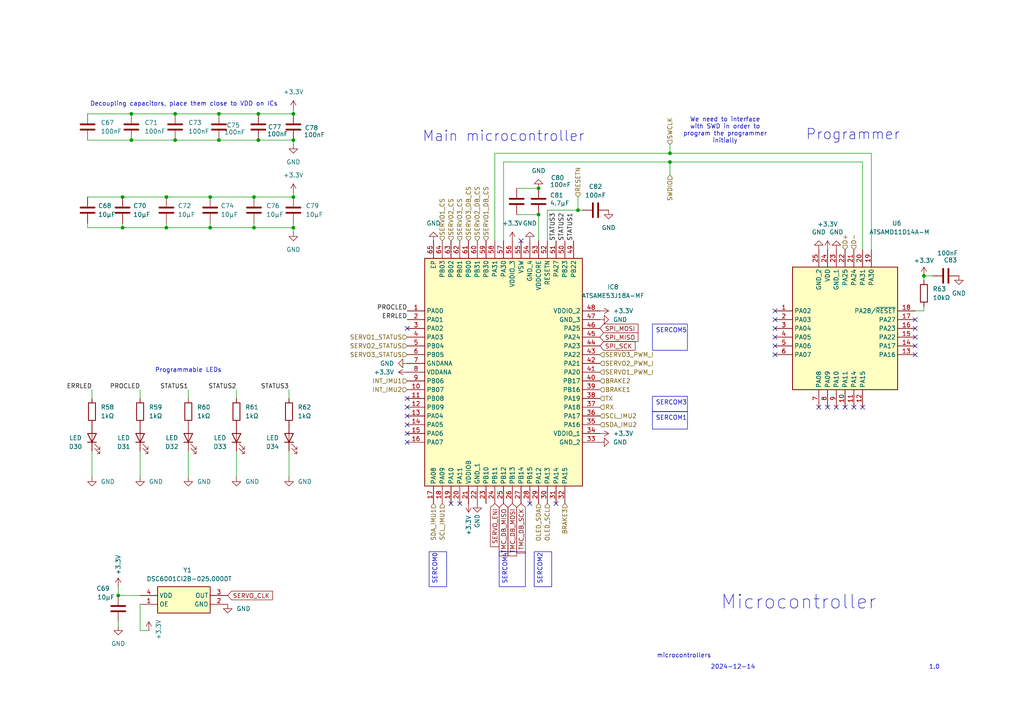
<source format=kicad_sch>
(kicad_sch (version 20231120) (generator "eeschema") (generator_version "8.0")
  (paper "A4")
  (lib_symbols
    (symbol "ATSAMD11D14A-MNT:ATSAMD11D14A-MNT"
      (property "Reference" "IC" (at 36.83 17.78 0))
      (property "Value" "ATSAMD11D14A-MNT" (at 36.83 15.24 0))
      (symbol "ATSAMD11D14A-MNT_1_1"
        (rectangle (start 5.08 12.7) (end 35.56 -22.86) (stroke (width 0.254)) (fill (type background)))
        (pin bidirectional line (at 0 0 0) (length 5.08) (name "PA02") (number "1"))
        (pin bidirectional line (at 20.32 -27.94 90) (length 5.08) (name "PA11") (number "10"))
        (pin bidirectional line (at 22.86 -27.94 90) (length 5.08) (name "PA14") (number "11"))
        (pin bidirectional line (at 25.4 -27.94 90) (length 5.08) (name "PA15") (number "12"))
        (pin bidirectional line (at 40.64 -12.7 180) (length 5.08) (name "PA16") (number "13"))
        (pin bidirectional line (at 40.64 -10.16 180) (length 5.08) (name "PA17") (number "14"))
        (pin bidirectional line (at 40.64 -7.62 180) (length 5.08) (name "PA22") (number "15"))
        (pin bidirectional line (at 40.64 -5.08 180) (length 5.08) (name "PA23") (number "16"))
        (pin bidirectional line (at 40.64 -2.54 180) (length 5.08) (name "PA27") (number "17"))
        (pin bidirectional line (at 40.64 0 180) (length 5.08) (name "PA28/~{RESET}") (number "18"))
        (pin bidirectional line (at 27.94 17.78 270) (length 5.08) (name "PA30") (number "19"))
        (pin bidirectional line (at 0 -2.54 0) (length 5.08) (name "PA03") (number "2"))
        (pin bidirectional line (at 25.4 17.78 270) (length 5.08) (name "PA31") (number "20"))
        (pin bidirectional line (at 22.86 17.78 270) (length 5.08) (name "PA24") (number "21"))
        (pin bidirectional line (at 20.32 17.78 270) (length 5.08) (name "PA25") (number "22"))
        (pin power_in line (at 17.78 17.78 270) (length 5.08) (name "GND_1") (number "23"))
        (pin bidirectional line (at 15.24 17.78 270) (length 5.08) (name "VDD") (number "24"))
        (pin power_in line (at 12.7 17.78 270) (length 5.08) (name "GND_2") (number "25"))
        (pin bidirectional line (at 0 -5.08 0) (length 5.08) (name "PA04") (number "3"))
        (pin bidirectional line (at 0 -7.62 0) (length 5.08) (name "PA05") (number "4"))
        (pin bidirectional line (at 0 -10.16 0) (length 5.08) (name "PA06") (number "5"))
        (pin bidirectional line (at 0 -12.7 0) (length 5.08) (name "PA07") (number "6"))
        (pin bidirectional line (at 12.7 -27.94 90) (length 5.08) (name "PA08") (number "7"))
        (pin bidirectional line (at 15.24 -27.94 90) (length 5.08) (name "PA09") (number "8"))
        (pin bidirectional line (at 17.78 -27.94 90) (length 5.08) (name "PA10") (number "9"))
      )
    )
    (symbol "ATSAME53J18A-MF:ATSAME53J18A-MF"
      (property "Reference" "IC" (at 52.07 20.32 0))
      (property "Value" "ATSAME53J18A-MF" (at 52.07 17.78 0))
      (symbol "ATSAME53J18A-MF_1_1"
        (rectangle (start 5.08 15.24) (end 50.8 -50.8) (stroke (width 0.254)) (fill (type background)))
        (pin passive line (at 0 0 0) (length 5.08) (name "PA00") (number "1"))
        (pin passive line (at 0 -22.86 0) (length 5.08) (name "PB07") (number "10"))
        (pin passive line (at 0 -25.4 0) (length 5.08) (name "PB08") (number "11"))
        (pin passive line (at 0 -27.94 0) (length 5.08) (name "PB09") (number "12"))
        (pin passive line (at 0 -30.48 0) (length 5.08) (name "PA04") (number "13"))
        (pin passive line (at 0 -33.02 0) (length 5.08) (name "PA05") (number "14"))
        (pin passive line (at 0 -35.56 0) (length 5.08) (name "PA06") (number "15"))
        (pin passive line (at 0 -38.1 0) (length 5.08) (name "PA07") (number "16"))
        (pin passive line (at 7.62 -55.88 90) (length 5.08) (name "PA08") (number "17"))
        (pin passive line (at 10.16 -55.88 90) (length 5.08) (name "PA09") (number "18"))
        (pin passive line (at 12.7 -55.88 90) (length 5.08) (name "PA10") (number "19"))
        (pin passive line (at 0 -2.54 0) (length 5.08) (name "PA01") (number "2"))
        (pin passive line (at 15.24 -55.88 90) (length 5.08) (name "PA11") (number "20"))
        (pin passive line (at 17.78 -55.88 90) (length 5.08) (name "VDDIOB") (number "21"))
        (pin passive line (at 20.32 -55.88 90) (length 5.08) (name "GND_1") (number "22"))
        (pin passive line (at 22.86 -55.88 90) (length 5.08) (name "PB10") (number "23"))
        (pin passive line (at 25.4 -55.88 90) (length 5.08) (name "PB11") (number "24"))
        (pin passive line (at 27.94 -55.88 90) (length 5.08) (name "PB12") (number "25"))
        (pin passive line (at 30.48 -55.88 90) (length 5.08) (name "PB13") (number "26"))
        (pin passive line (at 33.02 -55.88 90) (length 5.08) (name "PB14") (number "27"))
        (pin passive line (at 35.56 -55.88 90) (length 5.08) (name "PB15") (number "28"))
        (pin passive line (at 38.1 -55.88 90) (length 5.08) (name "PA12") (number "29"))
        (pin passive line (at 0 -5.08 0) (length 5.08) (name "PA02") (number "3"))
        (pin passive line (at 40.64 -55.88 90) (length 5.08) (name "PA13") (number "30"))
        (pin passive line (at 43.18 -55.88 90) (length 5.08) (name "PA14") (number "31"))
        (pin passive line (at 45.72 -55.88 90) (length 5.08) (name "PA15") (number "32"))
        (pin passive line (at 55.88 -38.1 180) (length 5.08) (name "GND_2") (number "33"))
        (pin passive line (at 55.88 -35.56 180) (length 5.08) (name "VDDIO_1") (number "34"))
        (pin passive line (at 55.88 -33.02 180) (length 5.08) (name "PA16") (number "35"))
        (pin passive line (at 55.88 -30.48 180) (length 5.08) (name "PA17") (number "36"))
        (pin passive line (at 55.88 -27.94 180) (length 5.08) (name "PA18") (number "37"))
        (pin passive line (at 55.88 -25.4 180) (length 5.08) (name "PA19") (number "38"))
        (pin passive line (at 55.88 -22.86 180) (length 5.08) (name "PB16") (number "39"))
        (pin passive line (at 0 -7.62 0) (length 5.08) (name "PA03") (number "4"))
        (pin passive line (at 55.88 -20.32 180) (length 5.08) (name "PB17") (number "40"))
        (pin passive line (at 55.88 -17.78 180) (length 5.08) (name "PA20") (number "41"))
        (pin passive line (at 55.88 -15.24 180) (length 5.08) (name "PA21") (number "42"))
        (pin passive line (at 55.88 -12.7 180) (length 5.08) (name "PA22") (number "43"))
        (pin passive line (at 55.88 -10.16 180) (length 5.08) (name "PA23") (number "44"))
        (pin passive line (at 55.88 -7.62 180) (length 5.08) (name "PA24") (number "45"))
        (pin passive line (at 55.88 -5.08 180) (length 5.08) (name "PA25") (number "46"))
        (pin passive line (at 55.88 -2.54 180) (length 5.08) (name "GND_3") (number "47"))
        (pin passive line (at 55.88 0 180) (length 5.08) (name "VDDIO_2") (number "48"))
        (pin passive line (at 48.26 20.32 270) (length 5.08) (name "PB22") (number "49"))
        (pin passive line (at 0 -10.16 0) (length 5.08) (name "PB04") (number "5"))
        (pin passive line (at 45.72 20.32 270) (length 5.08) (name "PB23") (number "50"))
        (pin passive line (at 43.18 20.32 270) (length 5.08) (name "PA27") (number "51"))
        (pin passive line (at 40.64 20.32 270) (length 5.08) (name "RESETN") (number "52"))
        (pin passive line (at 38.1 20.32 270) (length 5.08) (name "VDDCORE") (number "53"))
        (pin passive line (at 35.56 20.32 270) (length 5.08) (name "GND_4") (number "54"))
        (pin passive line (at 33.02 20.32 270) (length 5.08) (name "VSW") (number "55"))
        (pin passive line (at 30.48 20.32 270) (length 5.08) (name "VDDIO_3") (number "56"))
        (pin passive line (at 27.94 20.32 270) (length 5.08) (name "PA30") (number "57"))
        (pin passive line (at 25.4 20.32 270) (length 5.08) (name "PA31") (number "58"))
        (pin passive line (at 22.86 20.32 270) (length 5.08) (name "PB30") (number "59"))
        (pin passive line (at 0 -12.7 0) (length 5.08) (name "PB05") (number "6"))
        (pin passive line (at 20.32 20.32 270) (length 5.08) (name "PB31") (number "60"))
        (pin passive line (at 17.78 20.32 270) (length 5.08) (name "PB00") (number "61"))
        (pin passive line (at 15.24 20.32 270) (length 5.08) (name "PB01") (number "62"))
        (pin passive line (at 12.7 20.32 270) (length 5.08) (name "PB02") (number "63"))
        (pin passive line (at 10.16 20.32 270) (length 5.08) (name "PB03") (number "64"))
        (pin passive line (at 7.62 20.32 270) (length 5.08) (name "EP") (number "65"))
        (pin passive line (at 0 -15.24 0) (length 5.08) (name "GNDANA") (number "7"))
        (pin passive line (at 0 -17.78 0) (length 5.08) (name "VDDANA") (number "8"))
        (pin passive line (at 0 -20.32 0) (length 5.08) (name "PB06") (number "9"))
      )
    )
    (symbol "DSC6001CI2B-025_0000T:DSC6001CI2B-025.0000T"
      (property "Reference" "Y" (at 21.59 7.62 0))
      (property "Value" "DSC6001CI2B-025.0000T" (at 21.59 5.08 0))
      (symbol "DSC6001CI2B-025.0000T_1_1"
        (rectangle (start 5.08 2.54) (end 20.32 -5.08) (stroke (width 0.254)) (fill (type background)))
        (pin passive line (at 0 -2.54 0) (length 5.08) (name "OE") (number "1"))
        (pin passive line (at 25.4 -2.54 180) (length 5.08) (name "GND") (number "2"))
        (pin passive line (at 25.4 0 180) (length 5.08) (name "OUT") (number "3"))
        (pin passive line (at 0 0 0) (length 5.08) (name "VDD") (number "4"))
      )
    )
    (symbol "Device:C" (pin_numbers hide) (pin_names (offset 0.254))
      (property "Reference" "C" (at 0.635 2.54 0))
      (property "Value" "C" (at 0.635 -2.54 0))
      (symbol "C_0_1"
        (polyline (pts (xy -2.032 -0.762) (xy 2.032 -0.762)) (stroke (width 0.508)))
        (polyline (pts (xy -2.032 0.762) (xy 2.032 0.762)) (stroke (width 0.508)))
      )
      (symbol "C_1_1"
        (pin passive line (at 0 3.81 270) (length 2.794) (name "~") (number "1"))
        (pin passive line (at 0 -3.81 90) (length 2.794) (name "~") (number "2"))
      )
    )
    (symbol "Device:LED" (pin_numbers hide) (pin_names (offset 1.016) hide)
      (property "Reference" "D" (at 0 2.54 0))
      (property "Value" "LED" (at 0 -2.54 0))
      (symbol "LED_0_1"
        (polyline (pts (xy -1.27 -1.27) (xy -1.27 1.27)) (stroke (width 0.254)))
        (polyline (pts (xy -1.27 0) (xy 1.27 0)))
        (polyline (pts (xy 1.27 -1.27) (xy 1.27 1.27) (xy -1.27 0) (xy 1.27 -1.27)) (stroke (width 0.254)))
        (polyline (pts (xy -3.048 -0.762) (xy -4.572 -2.286) (xy -3.81 -2.286) (xy -4.572 -2.286) (xy -4.572 -1.524)))
        (polyline (pts (xy -1.778 -0.762) (xy -3.302 -2.286) (xy -2.54 -2.286) (xy -3.302 -2.286) (xy -3.302 -1.524)))
      )
      (symbol "LED_1_1"
        (pin passive line (at -3.81 0 0) (length 2.54) (name "K") (number "1"))
        (pin passive line (at 3.81 0 180) (length 2.54) (name "A") (number "2"))
      )
    )
    (symbol "Device:R" (pin_numbers hide) (pin_names (offset 0))
      (property "Reference" "R" (at 2.032 0 90))
      (property "Value" "R" (at 0 0 90))
      (symbol "R_0_1"
        (rectangle (start -1.016 -2.54) (end 1.016 2.54) (stroke (width 0.254)))
      )
      (symbol "R_1_1"
        (pin passive line (at 0 3.81 270) (length 1.27) (name "~") (number "1"))
        (pin passive line (at 0 -3.81 90) (length 1.27) (name "~") (number "2"))
      )
    )
    (symbol "power:+3.3V" (power) (pin_numbers hide) (pin_names (offset 0) hide)
      (property "Value" "+3.3V" (at 0 3.556 0))
      (symbol "+3.3V_0_1"
        (polyline (pts (xy -0.762 1.27) (xy 0 2.54)))
        (polyline (pts (xy 0 0) (xy 0 2.54)))
        (polyline (pts (xy 0 2.54) (xy 0.762 1.27)))
      )
      (symbol "+3.3V_1_1"
        (pin power_in line (at 0 0 90) (length 0) (name "~") (number "1"))
      )
    )
    (symbol "power:GND" (power) (pin_numbers hide) (pin_names (offset 0) hide)
      (property "Value" "GND" (at 0 -3.81 0))
      (symbol "GND_0_1"
        (polyline (pts (xy 0 0) (xy 0 -1.27) (xy 1.27 -1.27) (xy 0 -2.54) (xy -1.27 -1.27) (xy 0 -1.27)))
      )
      (symbol "GND_1_1"
        (pin power_in line (at 0 0 270) (length 0) (name "~") (number "1"))
      )
    )
  )
  (junction (at 60.96 57.15))
  (junction (at 194.31 44.45))
  (junction (at 38.1 33.02))
  (junction (at 74.93 33.02))
  (junction (at 73.66 57.15))
  (junction (at 35.56 57.15))
  (junction (at 60.96 66.04))
  (junction (at 167.64 60.96))
  (junction (at 194.31 46.99))
  (junction (at 35.56 66.04))
  (junction (at 267.97 80.01))
  (junction (at 50.8 33.02))
  (junction (at 85.09 57.15))
  (junction (at 38.1 40.64))
  (junction (at 156.21 54.61))
  (junction (at 74.93 40.64))
  (junction (at 50.8 40.64))
  (junction (at 63.5 33.02))
  (junction (at 34.29 172.72))
  (junction (at 48.26 66.04))
  (junction (at 73.66 66.04))
  (junction (at 85.09 66.04))
  (junction (at 85.09 40.64))
  (junction (at 63.5 40.64))
  (junction (at 85.09 33.02))
  (junction (at 48.26 57.15))
  (junction (at 156.21 62.23))
  (no_connect (at 161.29 146.05))
  (no_connect (at 247.65 118.11))
  (no_connect (at 245.11 118.11))
  (no_connect (at 118.11 120.65))
  (no_connect (at 265.43 102.87))
  (no_connect (at 224.79 97.79))
  (no_connect (at 118.11 125.73))
  (no_connect (at 151.13 69.85))
  (no_connect (at 224.79 95.25))
  (no_connect (at 133.35 146.05))
  (no_connect (at 118.11 95.25))
  (no_connect (at 118.11 128.27))
  (no_connect (at 224.79 102.87))
  (no_connect (at 265.43 100.33))
  (no_connect (at 265.43 95.25))
  (no_connect (at 240.03 118.11))
  (no_connect (at 153.67 146.05))
  (no_connect (at 265.43 92.71))
  (no_connect (at 265.43 97.79))
  (no_connect (at 118.11 118.11))
  (no_connect (at 130.81 146.05))
  (no_connect (at 118.11 115.57))
  (no_connect (at 224.79 100.33))
  (no_connect (at 224.79 92.71))
  (no_connect (at 118.11 123.19))
  (no_connect (at 237.49 118.11))
  (no_connect (at 242.57 118.11))
  (no_connect (at 250.19 118.11))
  (no_connect (at 224.79 90.17))
  (wire (pts (xy 26.67 113.03) (xy 26.67 115.57)))
  (wire (pts (xy 265.43 90.17) (xy 267.97 90.17)))
  (wire (pts (xy 40.64 113.03) (xy 40.64 115.57)))
  (wire (pts (xy 149.86 54.61) (xy 156.21 54.61)))
  (wire (pts (xy 25.4 64.77) (xy 25.4 66.04)))
  (wire (pts (xy 167.64 60.96) (xy 158.75 60.96)))
  (wire (pts (xy 74.93 33.02) (xy 85.09 33.02)))
  (wire (pts (xy 48.26 64.77) (xy 48.26 66.04)))
  (wire (pts (xy 267.97 80.01) (xy 267.97 81.28)))
  (wire (pts (xy 85.09 57.15) (xy 85.09 55.88)))
  (wire (pts (xy 48.26 57.15) (xy 60.96 57.15)))
  (wire (pts (xy 60.96 64.77) (xy 60.96 66.04)))
  (wire (pts (xy 34.29 172.72) (xy 40.64 172.72)))
  (wire (pts (xy 63.5 33.02) (xy 74.93 33.02)))
  (wire (pts (xy 34.29 170.18) (xy 34.29 172.72)))
  (wire (pts (xy 48.26 66.04) (xy 60.96 66.04)))
  (wire (pts (xy 54.61 113.03) (xy 54.61 115.57)))
  (wire (pts (xy 60.96 57.15) (xy 73.66 57.15)))
  (wire (pts (xy 38.1 33.02) (xy 50.8 33.02)))
  (wire (pts (xy 73.66 66.04) (xy 73.66 64.77)))
  (wire (pts (xy 38.1 40.64) (xy 50.8 40.64)))
  (wire (pts (xy 25.4 40.64) (xy 38.1 40.64)))
  (wire (pts (xy 85.09 64.77) (xy 85.09 66.04)))
  (wire (pts (xy 85.09 41.91) (xy 85.09 40.64)))
  (wire (pts (xy 143.51 69.85) (xy 143.51 44.45)))
  (wire (pts (xy 194.31 46.99) (xy 194.31 50.8)))
  (wire (pts (xy 43.18 182.88) (xy 40.64 182.88)))
  (wire (pts (xy 74.93 40.64) (xy 85.09 40.64)))
  (wire (pts (xy 74.93 40.64) (xy 63.5 40.64)))
  (wire (pts (xy 73.66 66.04) (xy 85.09 66.04)))
  (wire (pts (xy 194.31 44.45) (xy 252.73 44.45)))
  (wire (pts (xy 85.09 67.31) (xy 85.09 66.04)))
  (wire (pts (xy 83.82 113.03) (xy 83.82 115.57)))
  (wire (pts (xy 85.09 33.02) (xy 85.09 31.75)))
  (wire (pts (xy 50.8 33.02) (xy 63.5 33.02)))
  (wire (pts (xy 73.66 57.15) (xy 85.09 57.15)))
  (wire (pts (xy 35.56 64.77) (xy 35.56 66.04)))
  (wire (pts (xy 54.61 138.43) (xy 54.61 130.81)))
  (wire (pts (xy 167.64 60.96) (xy 168.91 60.96)))
  (wire (pts (xy 149.86 62.23) (xy 156.21 62.23)))
  (wire (pts (xy 158.75 60.96) (xy 158.75 69.85)))
  (wire (pts (xy 267.97 90.17) (xy 267.97 88.9)))
  (wire (pts (xy 267.97 80.01) (xy 270.51 80.01)))
  (wire (pts (xy 25.4 33.02) (xy 38.1 33.02)))
  (wire (pts (xy 146.05 46.99) (xy 146.05 69.85)))
  (wire (pts (xy 250.19 72.39) (xy 250.19 46.99)))
  (wire (pts (xy 40.64 182.88) (xy 40.64 175.26)))
  (wire (pts (xy 35.56 57.15) (xy 48.26 57.15)))
  (wire (pts (xy 68.58 138.43) (xy 68.58 130.81)))
  (wire (pts (xy 50.8 40.64) (xy 63.5 40.64)))
  (wire (pts (xy 68.58 113.03) (xy 68.58 115.57)))
  (wire (pts (xy 25.4 66.04) (xy 35.56 66.04)))
  (wire (pts (xy 26.67 138.43) (xy 26.67 130.81)))
  (wire (pts (xy 156.21 62.23) (xy 156.21 69.85)))
  (wire (pts (xy 194.31 41.91) (xy 194.31 44.45)))
  (wire (pts (xy 34.29 181.61) (xy 34.29 180.34)))
  (wire (pts (xy 60.96 66.04) (xy 73.66 66.04)))
  (wire (pts (xy 143.51 44.45) (xy 194.31 44.45)))
  (wire (pts (xy 194.31 46.99) (xy 250.19 46.99)))
  (wire (pts (xy 40.64 138.43) (xy 40.64 130.81)))
  (wire (pts (xy 167.64 57.15) (xy 167.64 60.96)))
  (wire (pts (xy 25.4 57.15) (xy 35.56 57.15)))
  (wire (pts (xy 35.56 66.04) (xy 48.26 66.04)))
  (wire (pts (xy 83.82 138.43) (xy 83.82 130.81)))
  (wire (pts (xy 146.05 46.99) (xy 194.31 46.99)))
  (wire (pts (xy 252.73 72.39) (xy 252.73 44.45)))
  (text_box "SERCOM0" (at 124.46 160.02 90) (size 5.08 10.16) (effects (font (size 1.27 1.27)) (justify left top)))
  (text_box "SERCOM4" (at 144.78 160.02 90) (size 7.62 10.16) (effects (font (size 1.27 1.27)) (justify left top)))
  (text_box "SERCOM5" (at 189.23 93.98 0) (size 10.16 7.62) (effects (font (size 1.27 1.27)) (justify left top)))
  (text_box "SERCOM1" (at 189.23 119.38 0) (size 10.16 5.08) (effects (font (size 1.27 1.27)) (justify left top)))
  (text_box "SERCOM2\n" (at 154.94 160.02 90) (size 5.08 10.16) (effects (font (size 1.27 1.27)) (justify left top)))
  (text_box "SERCOM3\n" (at 189.23 114.935 0) (size 10.16 4.445) (effects (font (size 1.27 1.27)) (justify left top)))
  (text "Main microcontroller" (at 146.05 39.624 0) (effects (font (size 3 3))))
  (text "1.0" (at 271.018 193.548 0) (effects (font (size 1.27 1.27))))
  (text "microcontrollers\n" (at 198.374 190.246 0) (effects (font (size 1.27 1.27))))
  (text "Programmable LEDs" (at 54.61 107.442 0) (effects (font (size 1.27 1.27))))
  (text "Microcontroller" (at 231.648 174.752 0) (effects (font (size 4 4))))
  (text "We need to interface\nwith SWD in order to\nprogram the programmer\ninitially" (at 210.312 37.846 0) (effects (font (size 1.27 1.27))))
  (text "2024-12-14" (at 212.598 193.548 0) (effects (font (size 1.27 1.27))))
  (text "Programmer" (at 247.396 39.116 0) (effects (font (size 3 3))))
  (text "Decoupling capacitors, place them close to VDD on ICs" (at 53.34 30.226 0) (effects (font (size 1.27 1.27))))
  (label "STATUS2" (at 163.83 69.85 90))
  (label "PROCLED" (at 118.11 90.17 180))
  (label "PROCLED" (at 40.64 113.03 180))
  (label "STATUS2" (at 68.58 113.03 180))
  (label "ERRLED" (at 26.67 113.03 180))
  (label "ERRLED" (at 118.11 92.71 180))
  (label "STATUS1" (at 166.37 69.85 90))
  (label "STATUS3" (at 161.29 69.85 90))
  (label "STATUS3" (at 83.82 113.03 180))
  (label "STATUS1" (at 54.61 113.03 180))
  (global_label "SPI_MISO" (shape input) (at 173.99 97.79 0) (property "Intersheetrefs" "${INTERSHEET_REFS}" (effects (hide yes))))
  (global_label "SPI_SCK" (shape input) (at 173.99 100.33 0) (property "Intersheetrefs" "${INTERSHEET_REFS}" (effects (hide yes))))
  (global_label "TMC_DB_SCK" (shape input) (at 151.13 146.05 270) (property "Intersheetrefs" "${INTERSHEET_REFS}" (effects (hide yes))))
  (global_label "SPI_MOSI" (shape input) (at 173.99 95.25 0) (property "Intersheetrefs" "${INTERSHEET_REFS}" (effects (hide yes))))
  (global_label "TMC_DB_MISO" (shape input) (at 146.05 146.05 270) (property "Intersheetrefs" "${INTERSHEET_REFS}" (effects (hide yes))))
  (global_label "SERVO_CLK" (shape input) (at 66.04 172.72 0) (property "Intersheetrefs" "${INTERSHEET_REFS}" (effects (hide yes))))
  (global_label "SERVO_ENI" (shape input) (at 143.51 146.05 270) (property "Intersheetrefs" "${INTERSHEET_REFS}" (effects (hide yes))))
  (global_label "TMC_DB_MOSI" (shape input) (at 148.59 146.05 270) (property "Intersheetrefs" "${INTERSHEET_REFS}" (effects (hide yes))))
  (hierarchical_label "SERVO3_CS" (shape input) (at 133.35 69.85 90))
  (hierarchical_label "SDA_IMU1" (shape input) (at 125.73 146.05 270))
  (hierarchical_label "SERVO2_CS" (shape input) (at 130.81 69.85 90))
  (hierarchical_label "SERVO1_STATUS" (shape input) (at 118.11 97.79 180))
  (hierarchical_label "D+" (shape input) (at 245.11 72.39 90))
  (hierarchical_label "SERVO2_DB_CS" (shape input) (at 138.43 69.85 90))
  (hierarchical_label "BRAKE2" (shape input) (at 173.99 110.49 0))
  (hierarchical_label "RESETN" (shape input) (at 167.64 57.15 90))
  (hierarchical_label "RX" (shape input) (at 173.99 118.11 0))
  (hierarchical_label "TX" (shape input) (at 173.99 115.57 0))
  (hierarchical_label "BRAKE3" (shape input) (at 163.83 146.05 270))
  (hierarchical_label "SDA_IMU2" (shape input) (at 173.99 123.19 0))
  (hierarchical_label "SWDIO" (shape input) (at 194.31 50.8 270))
  (hierarchical_label "SERVO1_DB_CS" (shape input) (at 140.97 69.85 90))
  (hierarchical_label "SCL_IMU2" (shape input) (at 173.99 120.65 0))
  (hierarchical_label "SERVO2_STATUS" (shape input) (at 118.11 100.33 180))
  (hierarchical_label "BRAKE1" (shape input) (at 173.99 113.03 0))
  (hierarchical_label "SCL_IMU1" (shape input) (at 128.27 146.05 270))
  (hierarchical_label "SWCLK" (shape input) (at 194.31 41.91 90))
  (hierarchical_label "SERVO3_DB_CS" (shape input) (at 135.89 69.85 90))
  (hierarchical_label "SERVO2_PWM_I" (shape input) (at 173.99 105.41 0))
  (hierarchical_label "SERVO3_STATUS" (shape input) (at 118.11 102.87 180))
  (hierarchical_label "D-" (shape input) (at 247.65 72.39 90))
  (hierarchical_label "INT_IMU2" (shape input) (at 118.11 113.03 180))
  (hierarchical_label "OLED_SCL" (shape input) (at 158.75 146.05 270))
  (hierarchical_label "SERVO1_CS" (shape input) (at 128.27 69.85 90))
  (hierarchical_label "SERVO1_PWM_I" (shape input) (at 173.99 107.95 0))
  (hierarchical_label "SERVO3_PWM_I" (shape input) (at 173.99 102.87 0))
  (hierarchical_label "OLED_SDA" (shape input) (at 156.21 146.05 270))
  (hierarchical_label "INT_IMU1" (shape input) (at 118.11 110.49 180))
  (symbol (lib_id "power:GND") (at 34.29 181.61 0) (unit 1)
    (property "Reference" "#PWR0143" (effects (hide yes)))
    (property "Value" "GND" (at 34.29 186.69 0))
    (property "Description" "Power symbol creates a global label with name \"GND\" , ground" (effects (hide yes)))
  )
  (symbol (lib_id "Device:R") (at 68.58 119.38 180) (unit 1)
    (property "Reference" "R61" (at 71.12 118.1099 0) (effects (justify right)))
    (property "Value" "1kΩ" (at 71.12 120.6499 0) (effects (justify right)))
    (property "Footprint" "Resistor_SMD:R_0603_1608Metric" (effects (hide yes)))
    (property "Description" "Resistor" (effects (hide yes)))
  )
  (symbol (lib_id "power:+3.3V") (at 148.59 69.85 0) (unit 1)
    (property "Reference" "#PWR0159" (effects (hide yes)))
    (property "Value" "+3.3V" (at 148.59 64.77 0))
    (property "Description" "Power symbol creates a global label with name \"+3.3V\"" (effects (hide yes)))
  )
  (symbol (lib_id "power:GND") (at 173.99 92.71 90) (unit 1)
    (property "Reference" "#PWR0163" (effects (hide yes)))
    (property "Value" "GND" (at 177.8 92.7099 90) (effects (justify right)))
    (property "Description" "Power symbol creates a global label with name \"GND\" , ground" (effects (hide yes)))
  )
  (symbol (lib_id "power:GND") (at 85.09 41.91 0) (unit 1)
    (property "Reference" "#PWR0151" (effects (hide yes)))
    (property "Value" "GND" (at 85.09 46.99 0))
    (property "Description" "Power symbol creates a global label with name \"GND\" , ground" (effects (hide yes)))
  )
  (symbol (lib_id "Device:C") (at 60.96 60.96 0) (unit 1)
    (property "Reference" "C74" (at 64.008 59.69 0) (effects (justify left)))
    (property "Value" "10µF" (at 64.008 62.23 0) (effects (justify left)))
    (property "Footprint" "Capacitor_SMD:C_0603_1608Metric" (effects (hide yes)))
    (property "Description" "Unpolarized capacitor" (effects (hide yes)))
  )
  (symbol (lib_id "Device:C") (at 35.56 60.96 0) (unit 1)
    (property "Reference" "C70" (at 38.608 59.69 0) (effects (justify left)))
    (property "Value" "10µF" (at 38.608 62.23 0) (effects (justify left)))
    (property "Footprint" "Capacitor_SMD:C_0603_1608Metric" (effects (hide yes)))
    (property "Description" "Unpolarized capacitor" (effects (hide yes)))
  )
  (symbol (lib_id "Device:C") (at 74.93 36.83 0) (unit 1)
    (property "Reference" "C77" (at 77.724 36.83 0) (effects (justify left)))
    (property "Value" "100nF" (at 77.47 38.862 0) (effects (justify left)))
    (property "Footprint" "Capacitor_SMD:C_0603_1608Metric" (effects (hide yes)))
    (property "Description" "Unpolarized capacitor" (effects (hide yes)))
  )
  (symbol (lib_id "Device:LED") (at 68.58 127 90) (unit 1)
    (property "Reference" "D33" (at 63.8175 129.54 90))
    (property "Value" "LED" (at 63.8175 127 90))
    (property "Footprint" "Diode_SMD:D_0603_1608Metric" (effects (hide yes)))
    (property "Description" "Light emitting diode" (effects (hide yes)))
  )
  (symbol (lib_id "Device:LED") (at 54.61 127 90) (unit 1)
    (property "Reference" "D32" (at 49.8475 129.54 90))
    (property "Value" "LED" (at 49.8475 127 90))
    (property "Footprint" "Diode_SMD:D_0603_1608Metric" (effects (hide yes)))
    (property "Description" "Light emitting diode" (effects (hide yes)))
  )
  (symbol (lib_id "Device:C") (at 25.4 36.83 0) (unit 1)
    (property "Reference" "C67" (at 29.21 35.5599 0) (effects (justify left)))
    (property "Value" "100nF" (at 29.21 38.0999 0) (effects (justify left)))
    (property "Footprint" "Capacitor_SMD:C_0603_1608Metric" (effects (hide yes)))
    (property "Description" "Unpolarized capacitor" (effects (hide yes)))
  )
  (symbol (lib_id "Device:C") (at 50.8 36.83 0) (unit 1)
    (property "Reference" "C73" (at 54.61 35.5599 0) (effects (justify left)))
    (property "Value" "100nF" (at 54.61 38.0999 0) (effects (justify left)))
    (property "Footprint" "Capacitor_SMD:C_0603_1608Metric" (effects (hide yes)))
    (property "Description" "Unpolarized capacitor" (effects (hide yes)))
  )
  (symbol (lib_id "power:+3.3V") (at 173.99 90.17 270) (unit 1)
    (property "Reference" "#PWR0162" (effects (hide yes)))
    (property "Value" "+3.3V" (at 177.8 90.1699 90) (effects (justify left)))
    (property "Description" "Power symbol creates a global label with name \"+3.3V\"" (effects (hide yes)))
  )
  (symbol (lib_id "Device:C") (at 38.1 36.83 0) (unit 1)
    (property "Reference" "C71" (at 41.91 35.5599 0) (effects (justify left)))
    (property "Value" "100nF" (at 41.91 38.0999 0) (effects (justify left)))
    (property "Footprint" "Capacitor_SMD:C_0603_1608Metric" (effects (hide yes)))
    (property "Description" "Unpolarized capacitor" (effects (hide yes)))
  )
  (symbol (lib_id "Device:C") (at 85.09 36.83 0) (unit 1)
    (property "Reference" "C78" (at 88.392 37.084 0) (effects (justify left)))
    (property "Value" "100nF" (at 88.138 39.116 0) (effects (justify left)))
    (property "Footprint" "Capacitor_SMD:C_0603_1608Metric" (effects (hide yes)))
    (property "Description" "Unpolarized capacitor" (effects (hide yes)))
  )
  (symbol (lib_id "Device:C") (at 172.72 60.96 90) (unit 1)
    (property "Reference" "C82" (at 172.72 54.102 90))
    (property "Value" "100nF" (at 172.72 56.642 90))
    (property "Footprint" "Capacitor_SMD:C_0603_1608Metric" (effects (hide yes)))
    (property "Description" "Unpolarized capacitor" (effects (hide yes)))
  )
  (symbol (lib_id "Device:LED") (at 26.67 127 90) (unit 1)
    (property "Reference" "D30" (at 21.9075 129.54 90))
    (property "Value" "LED" (at 21.9075 127 90))
    (property "Footprint" "Diode_SMD:D_0603_1608Metric" (effects (hide yes)))
    (property "Description" "Light emitting diode" (effects (hide yes)))
  )
  (symbol (lib_id "Device:C") (at 63.5 36.83 0) (mirror y) (unit 1)
    (property "Reference" "C75" (at 69.596 36.322 0) (effects (justify left)))
    (property "Value" "100nF" (at 71.12 38.354 0) (effects (justify left)))
    (property "Footprint" "Capacitor_SMD:C_0603_1608Metric" (effects (hide yes)))
    (property "Description" "Unpolarized capacitor" (effects (hide yes)))
  )
  (symbol (lib_id "Device:C") (at 34.29 176.53 0) (unit 1)
    (property "Reference" "C69" (at 27.94 170.688 0) (effects (justify left)))
    (property "Value" "10µF" (at 28.194 173.228 0) (effects (justify left)))
    (property "Footprint" "Capacitor_SMD:C_0603_1608Metric" (effects (hide yes)))
    (property "Description" "Unpolarized capacitor" (effects (hide yes)))
  )
  (symbol (lib_id "Device:R") (at 54.61 119.38 180) (unit 1)
    (property "Reference" "R60" (at 57.15 118.1099 0) (effects (justify right)))
    (property "Value" "1kΩ" (at 57.15 120.6499 0) (effects (justify right)))
    (property "Footprint" "Resistor_SMD:R_0603_1608Metric" (effects (hide yes)))
    (property "Description" "Resistor" (effects (hide yes)))
  )
  (symbol (lib_id "power:+3.3V") (at 43.18 182.88 0) (unit 1)
    (property "Reference" "#PWR0145" (effects (hide yes)))
    (property "Value" "+3.3V" (at 45.974 182.626 90))
    (property "Description" "Power symbol creates a global label with name \"+3.3V\"" (effects (hide yes)))
  )
  (symbol (lib_id "Device:C") (at 156.21 58.42 0) (unit 1)
    (property "Reference" "C81" (at 159.512 56.642 0) (effects (justify left)))
    (property "Value" "4.7µF" (at 159.512 58.928 0) (effects (justify left)))
    (property "Footprint" "Capacitor_SMD:C_0603_1608Metric" (effects (hide yes)))
    (property "Description" "Unpolarized capacitor" (effects (hide yes)))
  )
  (symbol (lib_id "power:GND") (at 278.13 80.01 0) (unit 1)
    (property "Reference" "#PWR0171" (effects (hide yes)))
    (property "Value" "GND" (at 278.13 85.09 0))
    (property "Description" "Power symbol creates a global label with name \"GND\" , ground" (effects (hide yes)))
  )
  (symbol (lib_id "Device:R") (at 83.82 119.38 180) (unit 1)
    (property "Reference" "R62" (at 86.36 118.1099 0) (effects (justify right)))
    (property "Value" "1kΩ" (at 86.36 120.6499 0) (effects (justify right)))
    (property "Footprint" "Resistor_SMD:R_0603_1608Metric" (effects (hide yes)))
    (property "Description" "Resistor" (effects (hide yes)))
  )
  (symbol (lib_id "power:GND") (at 125.73 69.85 180) (unit 1)
    (property "Reference" "#PWR0156" (effects (hide yes)))
    (property "Value" "GND" (at 125.73 64.77 0))
    (property "Description" "Power symbol creates a global label with name \"GND\" , ground" (effects (hide yes)))
  )
  (symbol (lib_id "power:GND") (at 85.09 67.31 0) (unit 1)
    (property "Reference" "#PWR0153" (effects (hide yes)))
    (property "Value" "GND" (at 85.09 72.39 0))
    (property "Description" "Power symbol creates a global label with name \"GND\" , ground" (effects (hide yes)))
  )
  (symbol (lib_id "Device:C") (at 25.4 60.96 0) (unit 1)
    (property "Reference" "C68" (at 28.448 59.69 0) (effects (justify left)))
    (property "Value" "10µF" (at 28.448 62.23 0) (effects (justify left)))
    (property "Footprint" "Capacitor_SMD:C_0603_1608Metric" (effects (hide yes)))
    (property "Description" "Unpolarized capacitor" (effects (hide yes)))
  )
  (symbol (lib_id "power:GND") (at 26.67 138.43 0) (unit 1)
    (property "Reference" "#PWR0141" (effects (hide yes)))
    (property "Value" "GND" (at 29.21 139.6999 0) (effects (justify left)))
    (property "Description" "Power symbol creates a global label with name \"GND\" , ground" (effects (hide yes)))
  )
  (symbol (lib_id "power:+3.3V") (at 85.09 31.75 0) (unit 1)
    (property "Reference" "#PWR0150" (effects (hide yes)))
    (property "Value" "+3.3V" (at 85.09 26.67 0))
    (property "Description" "Power symbol creates a global label with name \"+3.3V\"" (effects (hide yes)))
  )
  (symbol (lib_id "power:GND") (at 156.21 54.61 180) (unit 1)
    (property "Reference" "#PWR0161" (effects (hide yes)))
    (property "Value" "GND" (at 156.21 49.53 0))
    (property "Description" "Power symbol creates a global label with name \"GND\" , ground" (effects (hide yes)))
  )
  (symbol (lib_id "Device:C") (at 48.26 60.96 0) (unit 1)
    (property "Reference" "C72" (at 51.562 59.69 0) (effects (justify left)))
    (property "Value" "10µF" (at 51.562 62.23 0) (effects (justify left)))
    (property "Footprint" "Capacitor_SMD:C_0603_1608Metric" (effects (hide yes)))
    (property "Description" "Unpolarized capacitor" (effects (hide yes)))
  )
  (symbol (lib_id "power:GND") (at 68.58 138.43 0) (unit 1)
    (property "Reference" "#PWR0148" (effects (hide yes)))
    (property "Value" "GND" (at 71.12 139.6999 0) (effects (justify left)))
    (property "Description" "Power symbol creates a global label with name \"GND\" , ground" (effects (hide yes)))
  )
  (symbol (lib_id "ATSAMD11D14A-MNT:ATSAMD11D14A-MNT") (at 224.79 90.17 0) (unit 1)
    (property "Reference" "U6" (at 260.096 64.77 0))
    (property "Value" "ATSAMD11D14A-M" (at 260.858 67.31 0))
    (property "Footprint" "kuben-footprints:QFN50P400X400X90-25N-D" (effects (hide yes)))
    (property "Datasheet" "http://ww1.microchip.com/downloads/en/devicedoc/atmel-42363-sam-d11_datasheet.pdf" (effects (hide yes)))
    (property "Description" "ARM Microcontrollers - MCU Cortex-M0+, 16KB FLASH,4KB SRAM, USB - 24 QFN,105C, GREEN,1.6-3.6V,48MHz,USB" (effects (hide yes)))
    (property "Height" "0.9" (effects (hide yes)))
    (property "Mouser Part Number" "556-ATSAMD11D14A-MNT" (effects (hide yes)))
    (property "Mouser Price/Stock" "https://www.mouser.co.uk/ProductDetail/Microchip-Technology/ATSAMD11D14A-MNT?qs=TUMPge1mmM4EmPH0BaBkuQ%3D%3D" (effects (hide yes)))
    (property "Manufacturer_Name" "Microchip" (effects (hide yes)))
    (property "Manufacturer_Part_Number" "ATSAMD11D14A-MNT" (effects (hide yes)))
  )
  (symbol (lib_id "power:GND") (at 237.49 72.39 180) (unit 1)
    (property "Reference" "#PWR0167" (effects (hide yes)))
    (property "Value" "GND" (at 237.49 67.31 0))
    (property "Description" "Power symbol creates a global label with name \"GND\" , ground" (effects (hide yes)))
  )
  (symbol (lib_id "Device:R") (at 26.67 119.38 180) (unit 1)
    (property "Reference" "R58" (at 29.21 118.1099 0) (effects (justify right)))
    (property "Value" "1kΩ" (at 29.21 120.6499 0) (effects (justify right)))
    (property "Footprint" "Resistor_SMD:R_0603_1608Metric" (effects (hide yes)))
    (property "Description" "Resistor" (effects (hide yes)))
  )
  (symbol (lib_id "Device:C") (at 85.09 60.96 0) (unit 1)
    (property "Reference" "C79" (at 88.646 59.69 0) (effects (justify left)))
    (property "Value" "10µF" (at 88.646 62.23 0) (effects (justify left)))
    (property "Footprint" "Capacitor_SMD:C_0603_1608Metric" (effects (hide yes)))
    (property "Description" "Unpolarized capacitor" (effects (hide yes)))
  )
  (symbol (lib_id "Device:R") (at 40.64 119.38 180) (unit 1)
    (property "Reference" "R59" (at 43.18 118.1099 0) (effects (justify right)))
    (property "Value" "1kΩ" (at 43.18 120.6499 0) (effects (justify right)))
    (property "Footprint" "Resistor_SMD:R_0603_1608Metric" (effects (hide yes)))
    (property "Description" "Resistor" (effects (hide yes)))
  )
  (symbol (lib_id "power:+3.3V") (at 85.09 55.88 0) (unit 1)
    (property "Reference" "#PWR0152" (effects (hide yes)))
    (property "Value" "+3.3V" (at 85.09 50.8 0))
    (property "Description" "Power symbol creates a global label with name \"+3.3V\"" (effects (hide yes)))
  )
  (symbol (lib_id "power:GND") (at 83.82 138.43 0) (unit 1)
    (property "Reference" "#PWR0149" (effects (hide yes)))
    (property "Value" "GND" (at 86.36 139.6999 0) (effects (justify left)))
    (property "Description" "Power symbol creates a global label with name \"GND\" , ground" (effects (hide yes)))
  )
  (symbol (lib_id "power:GND") (at 153.67 69.85 180) (unit 1)
    (property "Reference" "#PWR0160" (effects (hide yes)))
    (property "Value" "GND" (at 153.67 64.77 0))
    (property "Description" "Power symbol creates a global label with name \"GND\" , ground" (effects (hide yes)))
  )
  (symbol (lib_id "ATSAME53J18A-MF:ATSAME53J18A-MF") (at 118.11 90.17 0) (unit 1)
    (property "Reference" "IC8" (at 177.8 83.2355 0))
    (property "Value" "ATSAME53J18A-MF" (at 177.8 85.7755 0))
    (property "Footprint" "kuben-footprints:QFN50P900X900X100-65N-D" (effects (hide yes)))
    (property "Datasheet" "http://www.microchip.com/mymicrochip/filehandler.aspx?ddocname=en599585" (effects (hide yes)))
    (property "Description" "ARM Microcontrollers - MCU 120MHZ 256KB Flash 64 QFN PKG inTray 125CTemp" (effects (hide yes)))
    (property "Description_1" "ARM Microcontrollers - MCU 120MHZ 256KB Flash 64 QFN PKG inTray 125CTemp" (effects (hide yes)))
    (property "Height" "1" (effects (hide yes)))
    (property "Manufacturer_Name" "Microchip" (effects (hide yes)))
    (property "Manufacturer_Part_Number" "ATSAME53J18A-MF" (effects (hide yes)))
    (property "Mouser Part Number" "556-ATSAME53J18A-MF" (effects (hide yes)))
    (property "Mouser Price/Stock" "https://www.mouser.co.uk/ProductDetail/Microchip-Technology/ATSAME53J18A-MF?qs=y6ZabgHbY%252Bx%252BZfU%252BT4hn9g%3D%3D" (effects (hide yes)))
  )
  (symbol (lib_id "power:GND") (at 138.43 146.05 0) (unit 1)
    (property "Reference" "#PWR0158" (effects (hide yes)))
    (property "Value" "GND" (at 138.43 151.13 90))
    (property "Description" "Power symbol creates a global label with name \"GND\" , ground" (effects (hide yes)))
  )
  (symbol (lib_id "Device:C") (at 73.66 60.96 0) (unit 1)
    (property "Reference" "C76" (at 77.216 59.69 0) (effects (justify left)))
    (property "Value" "10µF" (at 77.216 62.23 0) (effects (justify left)))
    (property "Footprint" "Capacitor_SMD:C_0603_1608Metric" (effects (hide yes)))
    (property "Description" "Unpolarized capacitor" (effects (hide yes)))
  )
  (symbol (lib_id "Device:R") (at 267.97 85.09 180) (unit 1)
    (property "Reference" "R63" (at 270.51 83.8199 0) (effects (justify right)))
    (property "Value" "10kΩ" (at 270.51 86.3599 0) (effects (justify right)))
    (property "Footprint" "Resistor_SMD:R_0603_1608Metric" (effects (hide yes)))
    (property "Description" "Resistor" (effects (hide yes)))
  )
  (symbol (lib_id "Device:C") (at 274.32 80.01 90) (unit 1)
    (property "Reference" "C83" (at 277.622 75.438 90) (effects (justify left)))
    (property "Value" "100nF" (at 277.876 73.406 90) (effects (justify left)))
    (property "Footprint" "Capacitor_SMD:C_0603_1608Metric" (effects (hide yes)))
    (property "Description" "Unpolarized capacitor" (effects (hide yes)))
  )
  (symbol (lib_id "power:+3.3V") (at 267.97 80.01 0) (unit 1)
    (property "Reference" "#PWR0170" (effects (hide yes)))
    (property "Value" "+3.3V" (at 267.97 75.565 0))
    (property "Description" "Power symbol creates a global label with name \"+3.3V\"" (effects (hide yes)))
  )
  (symbol (lib_id "power:+3.3V") (at 34.29 170.18 0) (unit 1)
    (property "Reference" "#PWR0142" (effects (hide yes)))
    (property "Value" "+3.3V" (at 34.29 163.83 90))
    (property "Description" "Power symbol creates a global label with name \"+3.3V\"" (effects (hide yes)))
  )
  (symbol (lib_id "Device:C") (at 149.86 58.42 0) (unit 1)
    (property "Reference" "C80" (at 159.766 51.562 0) (effects (justify left)))
    (property "Value" "100nF" (at 159.512 53.594 0) (effects (justify left)))
    (property "Footprint" "Capacitor_SMD:C_0603_1608Metric" (effects (hide yes)))
    (property "Description" "Unpolarized capacitor" (effects (hide yes)))
  )
  (symbol (lib_id "power:+3.3V") (at 240.03 72.39 0) (unit 1)
    (property "Reference" "#PWR0168" (effects (hide yes)))
    (property "Value" "+3.3V" (at 240.03 65.024 0))
    (property "Description" "Power symbol creates a global label with name \"+3.3V\"" (effects (hide yes)))
  )
  (symbol (lib_id "Device:LED") (at 40.64 127 90) (unit 1)
    (property "Reference" "D31" (at 35.8775 129.54 90))
    (property "Value" "LED" (at 35.8775 127 90))
    (property "Footprint" "Diode_SMD:D_0603_1608Metric" (effects (hide yes)))
    (property "Description" "Light emitting diode" (effects (hide yes)))
  )
  (symbol (lib_id "power:GND") (at 40.64 138.43 0) (unit 1)
    (property "Reference" "#PWR0144" (effects (hide yes)))
    (property "Value" "GND" (at 43.18 139.6999 0) (effects (justify left)))
    (property "Description" "Power symbol creates a global label with name \"GND\" , ground" (effects (hide yes)))
  )
  (symbol (lib_id "power:+3.3V") (at 118.11 107.95 90) (unit 1)
    (property "Reference" "#PWR0155" (effects (hide yes)))
    (property "Value" "+3.3V" (at 114.3 107.9499 90) (effects (justify left)))
    (property "Description" "Power symbol creates a global label with name \"+3.3V\"" (effects (hide yes)))
  )
  (symbol (lib_id "power:GND") (at 176.53 60.96 0) (unit 1)
    (property "Reference" "#PWR0166" (effects (hide yes)))
    (property "Value" "GND" (at 176.53 66.04 0))
    (property "Description" "Power symbol creates a global label with name \"GND\" , ground" (effects (hide yes)))
  )
  (symbol (lib_id "Device:LED") (at 83.82 127 90) (unit 1)
    (property "Reference" "D34" (at 79.0575 129.54 90))
    (property "Value" "LED" (at 79.0575 127 90))
    (property "Footprint" "Diode_SMD:D_0603_1608Metric" (effects (hide yes)))
    (property "Description" "Light emitting diode" (effects (hide yes)))
  )
  (symbol (lib_id "power:GND") (at 54.61 138.43 0) (unit 1)
    (property "Reference" "#PWR0146" (effects (hide yes)))
    (property "Value" "GND" (at 57.15 139.6999 0) (effects (justify left)))
    (property "Description" "Power symbol creates a global label with name \"GND\" , ground" (effects (hide yes)))
  )
  (symbol (lib_id "power:GND") (at 66.04 175.26 0) (unit 1)
    (property "Reference" "#PWR0147" (effects (hide yes)))
    (property "Value" "GND" (at 68.58 176.5299 0) (effects (justify left)))
    (property "Description" "Power symbol creates a global label with name \"GND\" , ground" (effects (hide yes)))
  )
  (symbol (lib_id "power:+3.3V") (at 135.89 146.05 180) (unit 1)
    (property "Reference" "#PWR0157" (effects (hide yes)))
    (property "Value" "+3.3V" (at 135.89 152.4 90))
    (property "Description" "Power symbol creates a global label with name \"+3.3V\"" (effects (hide yes)))
  )
  (symbol (lib_id "DSC6001CI2B-025_0000T:DSC6001CI2B-025.0000T") (at 40.64 172.72 0) (unit 1)
    (property "Reference" "Y1" (at 54.356 165.354 0))
    (property "Value" "DSC6001CI2B-025.0000T" (at 54.864 167.894 0))
    (property "Footprint" "DSC6001CI2B0250000T" (effects (hide yes)))
    (property "Datasheet" "https://ww1.microchip.com/downloads/aemDocuments/documents/TCG/ProductDocuments/DataSheets/DSC60xxB-Ultra-Small-Ultra-Low-Power-MEMS-Oscillator-DS20006133.pdf" (effects (hide yes)))
    (property "Description" "Standard Clock Oscillators MEMS OSC, LVCMOS, 25MHz, 25PPM, 1.8-3.3V, -40 to 85C, 3.2 x 2.5mm" (effects (hide yes)))
    (property "Height" "0.9" (effects (hide yes)))
    (property "Mouser Part Number" "579-1CI2B-025.0000T" (effects (hide yes)))
    (property "Mouser Price/Stock" "https://www.mouser.co.uk/ProductDetail/Microchip-Technology/DSC6001CI2B-025.0000T?qs=jRuttqqUwMT3Lnl3VzC%2FgA%3D%3D" (effects (hide yes)))
    (property "Manufacturer_Name" "Microchip" (effects (hide yes)))
    (property "Manufacturer_Part_Number" "DSC6001CI2B-025.0000T" (effects (hide yes)))
  )
  (symbol (lib_id "power:GND") (at 118.11 105.41 270) (unit 1)
    (property "Reference" "#PWR0154" (effects (hide yes)))
    (property "Value" "GND" (at 114.3 105.4099 90) (effects (justify right)))
    (property "Description" "Power symbol creates a global label with name \"GND\" , ground" (effects (hide yes)))
  )
  (symbol (lib_id "power:GND") (at 242.57 72.39 180) (unit 1)
    (property "Reference" "#PWR0169" (effects (hide yes)))
    (property "Value" "GND" (at 242.57 67.31 0))
    (property "Description" "Power symbol creates a global label with name \"GND\" , ground" (effects (hide yes)))
  )
  (symbol (lib_id "power:GND") (at 173.99 128.27 90) (unit 1)
    (property "Reference" "#PWR0165" (effects (hide yes)))
    (property "Value" "GND" (at 177.8 128.2699 90) (effects (justify right)))
    (property "Description" "Power symbol creates a global label with name \"GND\" , ground" (effects (hide yes)))
  )
  (symbol (lib_id "power:+3.3V") (at 173.99 125.73 270) (unit 1)
    (property "Reference" "#PWR0164" (effects (hide yes)))
    (property "Value" "+3.3V" (at 177.8 125.7299 90) (effects (justify left)))
    (property "Description" "Power symbol creates a global label with name \"+3.3V\"" (effects (hide yes)))
  )
)
</source>
